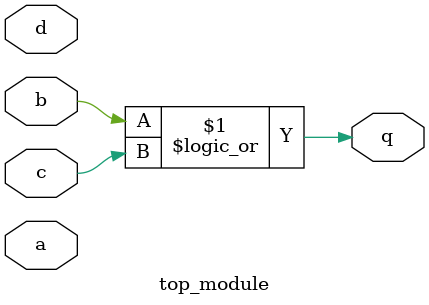
<source format=sv>
module top_module (
    input a, 
    input b, 
    input c, 
    input d,
    output q
);

    // Output q is the result of a logical OR operation between inputs b and c
    assign q = b || c;
    
endmodule

</source>
